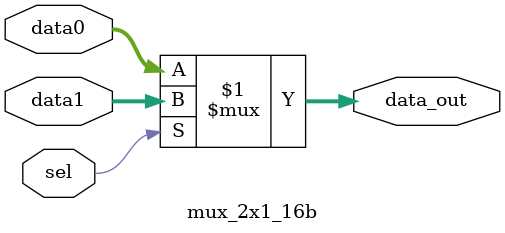
<source format=sv>
`timescale 1ns / 1ps

module mux_2x1_16b(
    input [15:0] data0,
    input [15:0] data1,
    input sel,
    output [15:0] data_out
);

    assign data_out = sel ? data1 : data0;

endmodule

</source>
